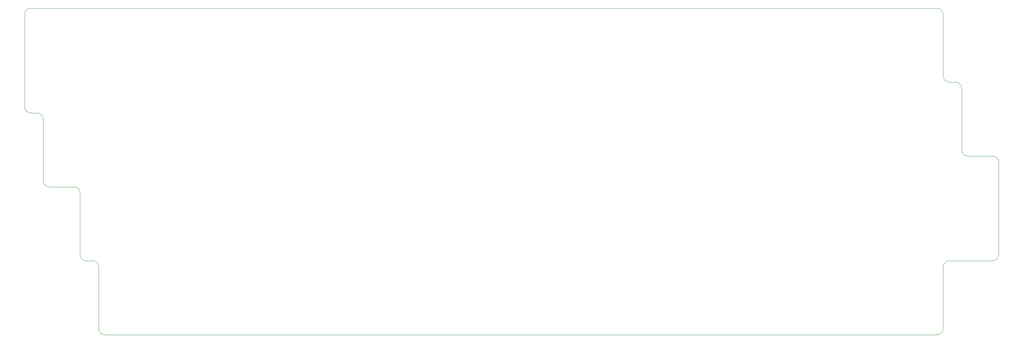
<source format=gbr>
G04 #@! TF.GenerationSoftware,KiCad,Pcbnew,(5.1.9-0-10_14)*
G04 #@! TF.CreationDate,2021-07-01T09:13:36-05:00*
G04 #@! TF.ProjectId,keyboard,6b657962-6f61-4726-942e-6b696361645f,rev?*
G04 #@! TF.SameCoordinates,Original*
G04 #@! TF.FileFunction,Profile,NP*
%FSLAX46Y46*%
G04 Gerber Fmt 4.6, Leading zero omitted, Abs format (unit mm)*
G04 Created by KiCad (PCBNEW (5.1.9-0-10_14)) date 2021-07-01 09:13:36*
%MOMM*%
%LPD*%
G01*
G04 APERTURE LIST*
G04 #@! TA.AperFunction,Profile*
%ADD10C,0.100000*%
G04 #@! TD*
G04 APERTURE END LIST*
D10*
X20636200Y-18255100D02*
G75*
G02*
X22223600Y-16667700I1587400J0D01*
G01*
X255571400Y-16667700D02*
G75*
G02*
X257158800Y-18255100I0J-1587400D01*
G01*
X258746200Y-35716500D02*
G75*
G02*
X257158800Y-34129100I0J1587400D01*
G01*
X260333600Y-35716500D02*
G75*
G02*
X261921000Y-37303900I0J-1587400D01*
G01*
X263508400Y-54765300D02*
G75*
G02*
X261921000Y-53177900I0J1587400D01*
G01*
X269858000Y-54765300D02*
G75*
G02*
X271445400Y-56352700I0J-1587400D01*
G01*
X271445400Y-80163700D02*
G75*
G02*
X269858000Y-81751100I-1587400J0D01*
G01*
X257158800Y-83338500D02*
G75*
G02*
X258746200Y-81751100I1587400J0D01*
G01*
X257158800Y-99212500D02*
G75*
G02*
X255571400Y-100799900I-1587400J0D01*
G01*
X41272400Y-100799900D02*
G75*
G02*
X39685000Y-99212500I0J1587400D01*
G01*
X38097600Y-81751100D02*
G75*
G02*
X39685000Y-83338500I0J-1587400D01*
G01*
X36510200Y-81751100D02*
G75*
G02*
X34922800Y-80163700I0J1587400D01*
G01*
X33335400Y-62702300D02*
G75*
G02*
X34922800Y-64289700I0J-1587400D01*
G01*
X26985800Y-62702300D02*
G75*
G02*
X25398400Y-61114900I0J1587400D01*
G01*
X23811000Y-43653500D02*
G75*
G02*
X25398400Y-45240900I0J-1587400D01*
G01*
X22223600Y-43653500D02*
G75*
G02*
X20636200Y-42066100I0J1587400D01*
G01*
X20636200Y-42066100D02*
X20636200Y-18255100D01*
X23811000Y-43653500D02*
X22223600Y-43653500D01*
X25398400Y-61114900D02*
X25398400Y-45240900D01*
X33335400Y-62702300D02*
X26985800Y-62702300D01*
X34922800Y-80163700D02*
X34922800Y-64289700D01*
X38097600Y-81751100D02*
X36510200Y-81751100D01*
X39685000Y-99212500D02*
X39685000Y-83338500D01*
X255571400Y-100799900D02*
X41272400Y-100799900D01*
X257158800Y-83338500D02*
X257158800Y-99212500D01*
X269858000Y-81751100D02*
X258746200Y-81751100D01*
X271445400Y-56352700D02*
X271445400Y-80163700D01*
X263508400Y-54765300D02*
X269858000Y-54765300D01*
X261921000Y-37303900D02*
X261921000Y-53177900D01*
X258746200Y-35716500D02*
X260333600Y-35716500D01*
X257158800Y-18255100D02*
X257158800Y-34129100D01*
X22223600Y-16667700D02*
X255571400Y-16667700D01*
M02*

</source>
